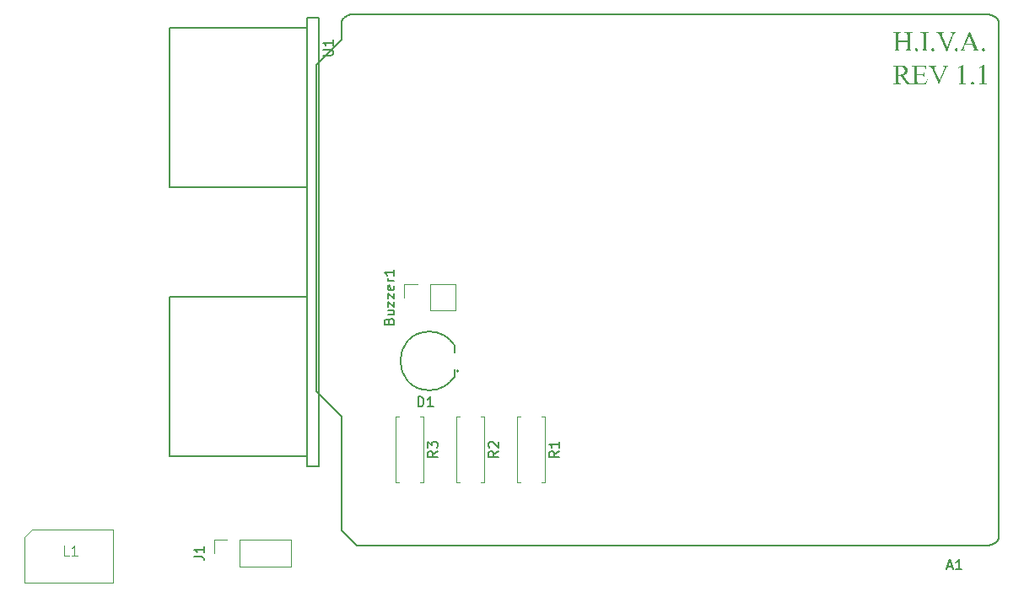
<source format=gbr>
%TF.GenerationSoftware,KiCad,Pcbnew,7.0.10*%
%TF.CreationDate,2025-01-22T21:10:17-07:00*%
%TF.ProjectId,HIVA,48495641-2e6b-4696-9361-645f70636258,rev?*%
%TF.SameCoordinates,Original*%
%TF.FileFunction,Legend,Top*%
%TF.FilePolarity,Positive*%
%FSLAX46Y46*%
G04 Gerber Fmt 4.6, Leading zero omitted, Abs format (unit mm)*
G04 Created by KiCad (PCBNEW 7.0.10) date 2025-01-22 21:10:17*
%MOMM*%
%LPD*%
G01*
G04 APERTURE LIST*
%ADD10C,0.150000*%
%ADD11C,0.100000*%
%ADD12C,0.120000*%
%ADD13C,0.127000*%
%ADD14C,0.200000*%
G04 APERTURE END LIST*
D10*
G36*
X91026399Y-3144374D02*
G01*
X91891995Y-3144374D01*
X91891995Y-2611436D01*
X91891836Y-2585546D01*
X91891360Y-2561364D01*
X91890566Y-2538892D01*
X91889454Y-2518128D01*
X91887477Y-2493100D01*
X91884935Y-2471111D01*
X91880964Y-2447896D01*
X91875033Y-2426303D01*
X91873921Y-2423369D01*
X91863832Y-2404869D01*
X91850841Y-2389657D01*
X91834065Y-2375606D01*
X91816280Y-2364262D01*
X91797642Y-2354834D01*
X91778670Y-2347003D01*
X91759365Y-2340771D01*
X91739725Y-2336136D01*
X91719752Y-2333100D01*
X91699444Y-2331662D01*
X91691228Y-2331534D01*
X91625282Y-2331534D01*
X91625282Y-2276823D01*
X92422491Y-2276823D01*
X92422491Y-2331534D01*
X92356545Y-2331534D01*
X92336104Y-2332309D01*
X92315997Y-2334635D01*
X92296224Y-2338510D01*
X92276785Y-2343937D01*
X92257679Y-2350913D01*
X92238908Y-2359440D01*
X92231493Y-2363285D01*
X92213591Y-2374001D01*
X92198354Y-2386914D01*
X92185782Y-2402024D01*
X92175874Y-2419332D01*
X92171409Y-2430208D01*
X92166097Y-2450158D01*
X92162509Y-2471794D01*
X92160189Y-2492383D01*
X92158357Y-2515887D01*
X92157304Y-2535429D01*
X92156525Y-2556611D01*
X92156022Y-2579433D01*
X92155793Y-2603895D01*
X92155777Y-2612413D01*
X92155777Y-3817996D01*
X92155936Y-3843799D01*
X92156413Y-3867901D01*
X92157207Y-3890304D01*
X92158319Y-3911007D01*
X92160296Y-3935965D01*
X92162838Y-3957901D01*
X92166809Y-3981071D01*
X92172739Y-4002641D01*
X92173851Y-4005574D01*
X92183825Y-4024272D01*
X92196518Y-4039529D01*
X92212813Y-4053505D01*
X92230027Y-4064681D01*
X92249087Y-4074250D01*
X92268410Y-4082198D01*
X92287994Y-4088523D01*
X92307842Y-4093227D01*
X92327951Y-4096309D01*
X92348323Y-4097768D01*
X92356545Y-4097898D01*
X92422491Y-4097898D01*
X92422491Y-4152609D01*
X91625282Y-4152609D01*
X91625282Y-4097898D01*
X91691228Y-4097898D01*
X91712115Y-4097301D01*
X91731911Y-4095511D01*
X91756610Y-4091267D01*
X91779371Y-4084902D01*
X91800192Y-4076414D01*
X91819075Y-4065805D01*
X91836020Y-4053074D01*
X91851025Y-4038221D01*
X91857801Y-4029999D01*
X91869422Y-4009116D01*
X91875833Y-3990309D01*
X91881176Y-3967595D01*
X91884482Y-3947994D01*
X91887187Y-3926195D01*
X91889290Y-3902199D01*
X91890793Y-3876003D01*
X91891695Y-3847610D01*
X91891962Y-3827460D01*
X91891995Y-3817019D01*
X91891995Y-3245979D01*
X91026399Y-3245979D01*
X91026399Y-3817019D01*
X91026557Y-3842909D01*
X91027034Y-3867091D01*
X91027828Y-3889563D01*
X91028940Y-3910327D01*
X91030917Y-3935354D01*
X91033459Y-3957344D01*
X91037430Y-3980559D01*
X91043361Y-4002152D01*
X91044473Y-4005086D01*
X91054562Y-4023822D01*
X91067553Y-4039179D01*
X91084329Y-4053314D01*
X91102114Y-4064681D01*
X91120752Y-4074250D01*
X91139723Y-4082198D01*
X91159029Y-4088523D01*
X91178669Y-4093227D01*
X91198642Y-4096309D01*
X91218950Y-4097768D01*
X91227166Y-4097898D01*
X91294577Y-4097898D01*
X91294577Y-4152609D01*
X90495903Y-4152609D01*
X90495903Y-4097898D01*
X90561849Y-4097898D01*
X90582998Y-4097306D01*
X90603030Y-4095528D01*
X90628004Y-4091315D01*
X90650993Y-4084995D01*
X90671998Y-4076569D01*
X90691019Y-4066036D01*
X90708055Y-4053396D01*
X90723106Y-4038650D01*
X90729888Y-4030487D01*
X90741010Y-4009621D01*
X90747147Y-3990845D01*
X90752261Y-3968177D01*
X90755425Y-3948620D01*
X90758014Y-3926875D01*
X90760027Y-3902939D01*
X90761466Y-3876814D01*
X90762329Y-3848500D01*
X90762584Y-3828407D01*
X90762616Y-3817996D01*
X90762616Y-2612413D01*
X90762462Y-2586436D01*
X90761998Y-2562175D01*
X90761225Y-2539633D01*
X90760143Y-2518807D01*
X90758220Y-2493711D01*
X90755747Y-2471668D01*
X90751883Y-2448408D01*
X90746113Y-2426792D01*
X90745031Y-2423858D01*
X90734821Y-2405160D01*
X90721983Y-2389903D01*
X90705604Y-2375927D01*
X90688366Y-2364751D01*
X90669306Y-2355182D01*
X90649984Y-2347234D01*
X90630399Y-2340909D01*
X90610552Y-2336205D01*
X90590443Y-2333123D01*
X90570071Y-2331664D01*
X90561849Y-2331534D01*
X90495903Y-2331534D01*
X90495903Y-2276823D01*
X91294577Y-2276823D01*
X91294577Y-2331534D01*
X91227166Y-2331534D01*
X91206725Y-2332309D01*
X91186618Y-2334635D01*
X91166845Y-2338510D01*
X91147406Y-2343937D01*
X91128300Y-2350913D01*
X91109529Y-2359440D01*
X91102114Y-2363285D01*
X91084760Y-2373978D01*
X91069883Y-2386820D01*
X91055916Y-2404131D01*
X91046349Y-2421582D01*
X91043007Y-2429719D01*
X91037363Y-2449652D01*
X91033551Y-2471247D01*
X91031086Y-2491787D01*
X91029140Y-2515226D01*
X91027712Y-2541566D01*
X91026982Y-2563225D01*
X91026545Y-2586515D01*
X91026399Y-2611436D01*
X91026399Y-3144374D01*
G37*
G36*
X92820118Y-3878568D02*
G01*
X92839767Y-3879665D01*
X92862024Y-3883878D01*
X92882838Y-3891251D01*
X92902209Y-3901784D01*
X92920138Y-3915477D01*
X92928562Y-3923509D01*
X92943503Y-3940831D01*
X92955352Y-3959458D01*
X92964111Y-3979391D01*
X92969778Y-4000628D01*
X92972354Y-4023171D01*
X92972526Y-4030976D01*
X92970946Y-4054137D01*
X92966206Y-4075993D01*
X92958306Y-4096543D01*
X92947246Y-4115789D01*
X92933027Y-4133729D01*
X92927585Y-4139419D01*
X92910263Y-4154526D01*
X92891635Y-4166507D01*
X92871703Y-4175363D01*
X92850465Y-4181093D01*
X92827922Y-4183698D01*
X92820118Y-4183872D01*
X92797123Y-4182309D01*
X92775399Y-4177620D01*
X92754945Y-4169807D01*
X92735763Y-4158867D01*
X92717851Y-4144802D01*
X92712163Y-4139419D01*
X92697056Y-4121914D01*
X92685075Y-4103104D01*
X92676219Y-4082988D01*
X92670489Y-4061567D01*
X92667884Y-4038841D01*
X92667710Y-4030976D01*
X92668796Y-4011326D01*
X92672963Y-3989070D01*
X92680256Y-3968256D01*
X92690675Y-3948884D01*
X92704219Y-3930955D01*
X92712163Y-3922532D01*
X92729651Y-3907591D01*
X92748410Y-3895741D01*
X92768440Y-3886983D01*
X92789740Y-3881316D01*
X92812312Y-3878740D01*
X92820118Y-3878568D01*
G37*
G36*
X94036447Y-4097898D02*
G01*
X94036447Y-4152609D01*
X93237773Y-4152609D01*
X93237773Y-4097898D01*
X93303719Y-4097898D01*
X93324868Y-4097306D01*
X93344901Y-4095528D01*
X93369874Y-4091315D01*
X93392864Y-4084995D01*
X93413869Y-4076569D01*
X93432889Y-4066036D01*
X93449925Y-4053396D01*
X93464976Y-4038650D01*
X93471758Y-4030487D01*
X93482881Y-4009621D01*
X93489017Y-3990845D01*
X93494131Y-3968177D01*
X93497295Y-3948620D01*
X93499884Y-3926875D01*
X93501898Y-3902939D01*
X93503336Y-3876814D01*
X93504199Y-3848500D01*
X93504455Y-3828407D01*
X93504486Y-3817996D01*
X93504486Y-2611436D01*
X93504332Y-2585633D01*
X93503868Y-2561530D01*
X93503095Y-2539128D01*
X93502014Y-2518425D01*
X93500090Y-2493467D01*
X93497617Y-2471531D01*
X93493753Y-2448361D01*
X93487983Y-2426791D01*
X93486901Y-2423858D01*
X93476691Y-2405160D01*
X93463853Y-2389903D01*
X93447474Y-2375927D01*
X93430237Y-2364751D01*
X93411177Y-2355182D01*
X93391854Y-2347234D01*
X93372270Y-2340909D01*
X93352422Y-2336205D01*
X93332313Y-2333123D01*
X93311941Y-2331664D01*
X93303719Y-2331534D01*
X93237773Y-2331534D01*
X93237773Y-2276823D01*
X94036447Y-2276823D01*
X94036447Y-2331534D01*
X93969036Y-2331534D01*
X93948149Y-2332126D01*
X93928353Y-2333904D01*
X93903654Y-2338117D01*
X93880893Y-2344437D01*
X93860072Y-2352863D01*
X93841189Y-2363396D01*
X93824244Y-2376036D01*
X93809239Y-2390782D01*
X93802463Y-2398945D01*
X93790842Y-2419810D01*
X93784431Y-2438587D01*
X93779088Y-2461255D01*
X93775782Y-2480812D01*
X93773077Y-2502557D01*
X93770974Y-2526493D01*
X93769471Y-2552617D01*
X93768569Y-2580932D01*
X93768302Y-2601025D01*
X93768269Y-2611436D01*
X93768269Y-3817996D01*
X93768428Y-3843799D01*
X93768904Y-3867901D01*
X93769698Y-3890304D01*
X93770810Y-3911007D01*
X93772787Y-3935965D01*
X93775329Y-3957901D01*
X93779300Y-3981071D01*
X93785231Y-4002641D01*
X93786343Y-4005574D01*
X93796432Y-4024272D01*
X93809423Y-4039529D01*
X93826199Y-4053505D01*
X93843984Y-4064681D01*
X93862622Y-4074250D01*
X93881594Y-4082198D01*
X93900899Y-4088523D01*
X93920539Y-4093227D01*
X93940512Y-4096309D01*
X93960820Y-4097768D01*
X93969036Y-4097898D01*
X94036447Y-4097898D01*
G37*
G36*
X94451660Y-3878568D02*
G01*
X94471309Y-3879665D01*
X94493566Y-3883878D01*
X94514380Y-3891251D01*
X94533752Y-3901784D01*
X94551681Y-3915477D01*
X94560104Y-3923509D01*
X94575045Y-3940831D01*
X94586894Y-3959458D01*
X94595653Y-3979391D01*
X94601320Y-4000628D01*
X94603896Y-4023171D01*
X94604068Y-4030976D01*
X94602488Y-4054137D01*
X94597748Y-4075993D01*
X94589848Y-4096543D01*
X94578789Y-4115789D01*
X94564569Y-4133729D01*
X94559127Y-4139419D01*
X94541805Y-4154526D01*
X94523178Y-4166507D01*
X94503245Y-4175363D01*
X94482007Y-4181093D01*
X94459465Y-4183698D01*
X94451660Y-4183872D01*
X94428665Y-4182309D01*
X94406941Y-4177620D01*
X94386487Y-4169807D01*
X94367305Y-4158867D01*
X94349393Y-4144802D01*
X94343705Y-4139419D01*
X94328598Y-4121914D01*
X94316617Y-4103104D01*
X94307761Y-4082988D01*
X94302031Y-4061567D01*
X94299426Y-4038841D01*
X94299253Y-4030976D01*
X94300338Y-4011326D01*
X94304505Y-3989070D01*
X94311798Y-3968256D01*
X94322217Y-3948884D01*
X94335761Y-3930955D01*
X94343705Y-3922532D01*
X94361193Y-3907591D01*
X94379952Y-3895741D01*
X94399982Y-3886983D01*
X94421283Y-3881316D01*
X94443854Y-3878740D01*
X94451660Y-3878568D01*
G37*
G36*
X96796880Y-2276823D02*
G01*
X96796880Y-2331534D01*
X96772960Y-2336472D01*
X96750535Y-2342250D01*
X96729606Y-2348867D01*
X96710174Y-2356324D01*
X96692237Y-2364621D01*
X96671920Y-2376173D01*
X96653941Y-2389036D01*
X96647403Y-2394548D01*
X96629459Y-2412516D01*
X96616332Y-2427454D01*
X96603487Y-2443645D01*
X96590927Y-2461090D01*
X96578649Y-2479789D01*
X96566655Y-2499742D01*
X96554944Y-2520948D01*
X96543517Y-2543408D01*
X96532373Y-2567121D01*
X96521512Y-2592088D01*
X96517955Y-2600689D01*
X95868269Y-4183872D01*
X95817466Y-4183872D01*
X95119420Y-2579685D01*
X95109712Y-2557441D01*
X95100552Y-2536871D01*
X95091943Y-2517977D01*
X95081318Y-2495388D01*
X95071671Y-2475776D01*
X95060985Y-2455447D01*
X95050177Y-2437192D01*
X95044193Y-2428742D01*
X95030638Y-2413458D01*
X95015983Y-2399479D01*
X95000230Y-2386805D01*
X94983377Y-2375436D01*
X94965425Y-2365373D01*
X94959197Y-2362308D01*
X94939276Y-2353934D01*
X94916882Y-2346761D01*
X94896331Y-2341702D01*
X94874063Y-2337478D01*
X94850078Y-2334088D01*
X94829653Y-2331978D01*
X94824375Y-2331534D01*
X94824375Y-2276823D01*
X95585436Y-2276823D01*
X95585436Y-2331534D01*
X95561962Y-2333995D01*
X95540087Y-2336800D01*
X95519808Y-2339949D01*
X95495254Y-2344681D01*
X95473539Y-2350024D01*
X95454664Y-2355977D01*
X95435062Y-2364278D01*
X95417396Y-2375498D01*
X95402550Y-2390040D01*
X95391350Y-2406312D01*
X95383015Y-2427027D01*
X95379629Y-2447006D01*
X95379295Y-2456098D01*
X95380833Y-2479482D01*
X95384279Y-2500869D01*
X95389694Y-2524636D01*
X95395048Y-2544025D01*
X95401510Y-2564753D01*
X95409079Y-2586821D01*
X95417756Y-2610228D01*
X95427540Y-2634975D01*
X95438432Y-2661061D01*
X95442309Y-2670054D01*
X95916629Y-3760354D01*
X96356266Y-2683732D01*
X96364074Y-2664265D01*
X96371378Y-2645554D01*
X96381391Y-2618904D01*
X96390269Y-2593954D01*
X96398014Y-2570704D01*
X96404626Y-2549154D01*
X96410104Y-2529305D01*
X96415646Y-2505483D01*
X96419172Y-2484685D01*
X96420746Y-2462936D01*
X96418243Y-2443367D01*
X96410732Y-2424224D01*
X96400053Y-2407825D01*
X96385541Y-2391753D01*
X96380690Y-2387221D01*
X96363912Y-2374238D01*
X96343252Y-2362766D01*
X96323071Y-2354361D01*
X96300195Y-2347005D01*
X96279953Y-2341876D01*
X96257987Y-2337419D01*
X96246357Y-2335442D01*
X96226909Y-2332236D01*
X96222909Y-2331534D01*
X96222909Y-2276823D01*
X96796880Y-2276823D01*
G37*
G36*
X96812023Y-3878568D02*
G01*
X96831672Y-3879665D01*
X96853929Y-3883878D01*
X96874743Y-3891251D01*
X96894114Y-3901784D01*
X96912043Y-3915477D01*
X96920467Y-3923509D01*
X96935408Y-3940831D01*
X96947257Y-3959458D01*
X96956016Y-3979391D01*
X96961683Y-4000628D01*
X96964259Y-4023171D01*
X96964431Y-4030976D01*
X96962851Y-4054137D01*
X96958111Y-4075993D01*
X96950211Y-4096543D01*
X96939152Y-4115789D01*
X96924932Y-4133729D01*
X96919490Y-4139419D01*
X96902168Y-4154526D01*
X96883540Y-4166507D01*
X96863608Y-4175363D01*
X96842370Y-4181093D01*
X96819827Y-4183698D01*
X96812023Y-4183872D01*
X96789028Y-4182309D01*
X96767304Y-4177620D01*
X96746850Y-4169807D01*
X96727668Y-4158867D01*
X96709756Y-4144802D01*
X96704068Y-4139419D01*
X96688961Y-4121914D01*
X96676980Y-4103104D01*
X96668124Y-4082988D01*
X96662394Y-4061567D01*
X96659789Y-4038841D01*
X96659616Y-4030976D01*
X96660701Y-4011326D01*
X96664868Y-3989070D01*
X96672161Y-3968256D01*
X96682580Y-3948884D01*
X96696124Y-3930955D01*
X96704068Y-3922532D01*
X96721556Y-3907591D01*
X96740315Y-3895741D01*
X96760345Y-3886983D01*
X96781645Y-3881316D01*
X96804217Y-3878740D01*
X96812023Y-3878568D01*
G37*
G36*
X98840216Y-3793083D02*
G01*
X98849930Y-3815897D01*
X98859534Y-3837688D01*
X98869027Y-3858456D01*
X98878409Y-3878202D01*
X98887681Y-3896924D01*
X98896842Y-3914624D01*
X98910376Y-3939257D01*
X98923661Y-3961588D01*
X98936697Y-3981618D01*
X98949484Y-3999346D01*
X98962022Y-4014773D01*
X98978352Y-4031764D01*
X98982365Y-4035372D01*
X98999141Y-4048531D01*
X99017475Y-4060163D01*
X99037366Y-4070268D01*
X99058813Y-4078847D01*
X99081818Y-4085900D01*
X99106379Y-4091426D01*
X99125822Y-4094568D01*
X99146141Y-4096852D01*
X99160174Y-4097898D01*
X99160174Y-4152609D01*
X98425003Y-4152609D01*
X98425003Y-4097898D01*
X98445250Y-4096667D01*
X98470270Y-4094332D01*
X98493030Y-4091202D01*
X98513531Y-4087279D01*
X98535981Y-4081259D01*
X98554900Y-4073999D01*
X98572943Y-4063649D01*
X98575456Y-4061750D01*
X98590683Y-4047441D01*
X98603506Y-4029543D01*
X98611444Y-4009996D01*
X98614497Y-3988800D01*
X98614535Y-3986035D01*
X98613200Y-3965742D01*
X98609193Y-3942109D01*
X98604063Y-3920799D01*
X98597225Y-3897352D01*
X98590974Y-3878364D01*
X98583761Y-3858174D01*
X98575586Y-3836782D01*
X98566450Y-3814187D01*
X98559825Y-3798456D01*
X98446985Y-3535163D01*
X97725980Y-3535163D01*
X97599462Y-3823858D01*
X97591081Y-3843352D01*
X97583525Y-3861902D01*
X97574732Y-3885166D01*
X97567405Y-3906751D01*
X97561543Y-3926657D01*
X97556277Y-3949178D01*
X97553300Y-3969075D01*
X97552567Y-3983104D01*
X97555101Y-4003468D01*
X97562704Y-4022549D01*
X97575374Y-4040348D01*
X97590617Y-4054871D01*
X97593112Y-4056865D01*
X97611630Y-4067982D01*
X97632126Y-4076039D01*
X97651837Y-4081695D01*
X97674495Y-4086649D01*
X97700098Y-4090900D01*
X97721234Y-4093628D01*
X97744028Y-4095960D01*
X97768478Y-4097898D01*
X97768478Y-4152609D01*
X97181807Y-4152609D01*
X97181807Y-4097898D01*
X97202971Y-4093940D01*
X97222685Y-4089758D01*
X97246712Y-4083835D01*
X97268160Y-4077515D01*
X97287028Y-4070799D01*
X97306985Y-4061845D01*
X97325612Y-4050281D01*
X97332749Y-4044165D01*
X97350563Y-4025671D01*
X97364225Y-4009006D01*
X97378144Y-3989945D01*
X97392320Y-3968488D01*
X97406754Y-3944636D01*
X97416520Y-3927403D01*
X97426401Y-3909106D01*
X97436396Y-3889744D01*
X97446505Y-3869317D01*
X97456729Y-3847826D01*
X97467067Y-3825270D01*
X97477520Y-3801649D01*
X97488087Y-3776963D01*
X97635088Y-3433558D01*
X97768478Y-3433558D01*
X98408883Y-3433558D01*
X98092833Y-2672985D01*
X97768478Y-3433558D01*
X97635088Y-3433558D01*
X98143635Y-2245560D01*
X98191507Y-2245560D01*
X98840216Y-3793083D01*
G37*
G36*
X99531911Y-3878568D02*
G01*
X99551561Y-3879665D01*
X99573817Y-3883878D01*
X99594631Y-3891251D01*
X99614003Y-3901784D01*
X99631932Y-3915477D01*
X99640355Y-3923509D01*
X99655296Y-3940831D01*
X99667146Y-3959458D01*
X99675904Y-3979391D01*
X99681571Y-4000628D01*
X99684147Y-4023171D01*
X99684319Y-4030976D01*
X99682739Y-4054137D01*
X99677999Y-4075993D01*
X99670099Y-4096543D01*
X99659040Y-4115789D01*
X99644820Y-4133729D01*
X99639378Y-4139419D01*
X99622056Y-4154526D01*
X99603429Y-4166507D01*
X99583496Y-4175363D01*
X99562259Y-4181093D01*
X99539716Y-4183698D01*
X99531911Y-4183872D01*
X99508916Y-4182309D01*
X99487192Y-4177620D01*
X99466739Y-4169807D01*
X99447556Y-4158867D01*
X99429644Y-4144802D01*
X99423956Y-4139419D01*
X99408849Y-4121914D01*
X99396868Y-4103104D01*
X99388012Y-4082988D01*
X99382282Y-4061567D01*
X99379678Y-4038841D01*
X99379504Y-4030976D01*
X99380589Y-4011326D01*
X99384757Y-3989070D01*
X99392050Y-3968256D01*
X99402468Y-3948884D01*
X99416012Y-3930955D01*
X99423956Y-3922532D01*
X99441444Y-3907591D01*
X99460203Y-3895741D01*
X99480233Y-3886983D01*
X99501534Y-3881316D01*
X99524105Y-3878740D01*
X99531911Y-3878568D01*
G37*
G36*
X91211353Y-5636993D02*
G01*
X91246591Y-5637503D01*
X91280611Y-5638352D01*
X91313414Y-5639541D01*
X91345000Y-5641069D01*
X91375368Y-5642937D01*
X91404519Y-5645145D01*
X91432452Y-5647692D01*
X91459168Y-5650579D01*
X91484667Y-5653806D01*
X91508948Y-5657372D01*
X91532012Y-5661278D01*
X91553858Y-5665524D01*
X91574487Y-5670109D01*
X91593899Y-5675034D01*
X91612093Y-5680299D01*
X91638185Y-5688998D01*
X91663521Y-5698978D01*
X91688102Y-5710236D01*
X91711927Y-5722774D01*
X91734997Y-5736591D01*
X91757311Y-5751688D01*
X91778869Y-5768064D01*
X91799671Y-5785720D01*
X91819718Y-5804655D01*
X91839010Y-5824869D01*
X91851451Y-5839057D01*
X91868998Y-5861159D01*
X91884819Y-5884051D01*
X91898914Y-5907733D01*
X91911283Y-5932205D01*
X91921926Y-5957467D01*
X91930843Y-5983519D01*
X91938035Y-6010360D01*
X91943500Y-6037992D01*
X91947239Y-6066414D01*
X91949253Y-6095626D01*
X91949637Y-6115539D01*
X91949200Y-6136794D01*
X91947889Y-6157694D01*
X91945704Y-6178239D01*
X91942645Y-6198429D01*
X91938712Y-6218265D01*
X91933906Y-6237745D01*
X91928225Y-6256870D01*
X91921671Y-6275641D01*
X91914242Y-6294056D01*
X91905940Y-6312117D01*
X91896764Y-6329822D01*
X91886713Y-6347173D01*
X91875789Y-6364169D01*
X91863991Y-6380810D01*
X91851319Y-6397096D01*
X91837773Y-6413027D01*
X91823310Y-6428493D01*
X91807884Y-6443382D01*
X91791497Y-6457695D01*
X91774148Y-6471432D01*
X91755837Y-6484592D01*
X91736565Y-6497176D01*
X91716331Y-6509184D01*
X91695135Y-6520616D01*
X91672978Y-6531472D01*
X91649859Y-6541751D01*
X91625778Y-6551454D01*
X91600736Y-6560580D01*
X91574731Y-6569131D01*
X91547765Y-6577105D01*
X91519838Y-6584503D01*
X91490948Y-6591324D01*
X91875387Y-7132567D01*
X91891728Y-7155344D01*
X91907779Y-7177149D01*
X91923541Y-7197980D01*
X91939012Y-7217838D01*
X91954193Y-7236723D01*
X91969084Y-7254635D01*
X91983686Y-7271573D01*
X91997997Y-7287539D01*
X92012018Y-7302531D01*
X92025749Y-7316550D01*
X92045801Y-7335754D01*
X92065202Y-7352769D01*
X92083949Y-7367594D01*
X92102044Y-7380229D01*
X92120324Y-7391287D01*
X92139625Y-7401564D01*
X92159948Y-7411059D01*
X92181293Y-7419773D01*
X92203660Y-7427706D01*
X92227049Y-7434857D01*
X92251459Y-7441227D01*
X92276891Y-7446816D01*
X92303345Y-7451623D01*
X92330821Y-7455648D01*
X92349706Y-7457898D01*
X92349706Y-7512609D01*
X91851939Y-7512609D01*
X91221304Y-6626984D01*
X91200107Y-6627688D01*
X91180174Y-6628272D01*
X91157923Y-6628816D01*
X91137493Y-6629188D01*
X91115958Y-6629405D01*
X91107487Y-6629426D01*
X91087594Y-6629289D01*
X91068897Y-6628938D01*
X91049341Y-6628265D01*
X91029141Y-6627163D01*
X91026399Y-6626984D01*
X91026399Y-7175065D01*
X91026549Y-7196825D01*
X91027002Y-7217533D01*
X91027755Y-7237187D01*
X91029451Y-7264692D01*
X91031825Y-7289828D01*
X91034878Y-7312595D01*
X91038609Y-7332991D01*
X91044639Y-7356499D01*
X91051874Y-7375794D01*
X91062615Y-7393989D01*
X91064989Y-7396837D01*
X91078865Y-7411148D01*
X91094359Y-7423551D01*
X91111471Y-7434046D01*
X91130202Y-7442633D01*
X91150550Y-7449311D01*
X91172517Y-7454082D01*
X91196102Y-7456944D01*
X91221304Y-7457898D01*
X91294577Y-7457898D01*
X91294577Y-7512609D01*
X90495903Y-7512609D01*
X90495903Y-7457898D01*
X90566245Y-7457898D01*
X90587818Y-7457220D01*
X90608205Y-7455185D01*
X90633545Y-7450361D01*
X90656779Y-7443125D01*
X90677906Y-7433478D01*
X90696926Y-7421418D01*
X90713840Y-7406947D01*
X90728647Y-7390063D01*
X90735261Y-7380717D01*
X90745056Y-7360642D01*
X90751670Y-7337589D01*
X90755948Y-7315008D01*
X90759325Y-7288748D01*
X90761267Y-7266639D01*
X90762703Y-7242460D01*
X90763631Y-7216212D01*
X90764054Y-7187895D01*
X90764082Y-7177996D01*
X90764082Y-6541987D01*
X91026399Y-6541987D01*
X91046622Y-6542149D01*
X91066951Y-6542735D01*
X91071828Y-6542964D01*
X91092212Y-6543372D01*
X91103579Y-6543453D01*
X91136346Y-6543001D01*
X91168090Y-6541644D01*
X91198811Y-6539383D01*
X91228510Y-6536217D01*
X91257185Y-6532147D01*
X91284838Y-6527173D01*
X91311468Y-6521294D01*
X91337075Y-6514510D01*
X91361660Y-6506822D01*
X91385222Y-6498230D01*
X91407761Y-6488733D01*
X91429277Y-6478332D01*
X91449771Y-6467026D01*
X91469241Y-6454816D01*
X91487689Y-6441701D01*
X91505115Y-6427682D01*
X91521500Y-6412962D01*
X91536828Y-6397747D01*
X91551099Y-6382035D01*
X91564313Y-6365827D01*
X91576470Y-6349123D01*
X91587569Y-6331923D01*
X91597612Y-6314227D01*
X91606597Y-6296035D01*
X91614526Y-6277346D01*
X91621397Y-6258162D01*
X91627211Y-6238481D01*
X91631968Y-6218305D01*
X91635668Y-6197632D01*
X91638311Y-6176463D01*
X91639897Y-6154798D01*
X91640425Y-6132636D01*
X91639998Y-6111032D01*
X91638715Y-6089940D01*
X91636578Y-6069358D01*
X91633586Y-6049289D01*
X91629739Y-6029730D01*
X91625038Y-6010683D01*
X91616382Y-5983071D01*
X91605804Y-5956610D01*
X91593301Y-5931299D01*
X91578876Y-5907139D01*
X91562527Y-5884130D01*
X91544254Y-5862271D01*
X91531004Y-5848338D01*
X91509957Y-5828696D01*
X91487665Y-5810986D01*
X91464127Y-5795208D01*
X91439345Y-5781362D01*
X91413317Y-5769448D01*
X91386044Y-5759466D01*
X91367171Y-5753884D01*
X91347744Y-5749162D01*
X91327764Y-5745298D01*
X91307230Y-5742292D01*
X91286143Y-5740146D01*
X91264503Y-5738858D01*
X91242309Y-5738428D01*
X91221518Y-5738917D01*
X91198956Y-5740382D01*
X91174623Y-5742825D01*
X91155212Y-5745298D01*
X91134804Y-5748320D01*
X91113401Y-5751892D01*
X91091001Y-5756014D01*
X91067605Y-5760685D01*
X91043213Y-5765906D01*
X91026399Y-5769692D01*
X91026399Y-6541987D01*
X90764082Y-6541987D01*
X90764082Y-5971436D01*
X90763931Y-5949914D01*
X90763479Y-5929434D01*
X90762235Y-5900667D01*
X90760313Y-5874245D01*
X90757713Y-5850166D01*
X90754434Y-5828432D01*
X90750477Y-5809042D01*
X90744146Y-5786835D01*
X90736609Y-5768795D01*
X90725491Y-5752106D01*
X90711249Y-5737909D01*
X90695388Y-5725606D01*
X90677910Y-5715195D01*
X90658813Y-5706677D01*
X90638098Y-5700052D01*
X90615765Y-5695320D01*
X90591814Y-5692480D01*
X90566245Y-5691534D01*
X90495903Y-5691534D01*
X90495903Y-5636823D01*
X91174898Y-5636823D01*
X91211353Y-5636993D01*
G37*
G36*
X92902184Y-5738428D02*
G01*
X92902184Y-6480927D01*
X93311535Y-6480927D01*
X93340466Y-6480489D01*
X93367543Y-6479175D01*
X93392764Y-6476985D01*
X93416132Y-6473920D01*
X93437644Y-6469979D01*
X93457302Y-6465162D01*
X93480627Y-6457376D01*
X93500655Y-6448034D01*
X93517386Y-6437135D01*
X93524514Y-6431101D01*
X93541360Y-6413058D01*
X93556235Y-6391900D01*
X93566100Y-6373988D01*
X93574857Y-6354325D01*
X93582506Y-6332910D01*
X93589048Y-6309743D01*
X93594482Y-6284825D01*
X93598808Y-6258154D01*
X93602027Y-6229732D01*
X93603557Y-6209811D01*
X93604138Y-6199559D01*
X93654940Y-6199559D01*
X93654940Y-6856084D01*
X93604138Y-6856084D01*
X93600561Y-6831829D01*
X93596976Y-6809258D01*
X93593383Y-6788369D01*
X93589781Y-6769164D01*
X93584965Y-6746174D01*
X93580133Y-6726177D01*
X93574072Y-6705388D01*
X93566768Y-6686612D01*
X93565547Y-6684137D01*
X93555255Y-6667089D01*
X93542695Y-6651485D01*
X93527869Y-6637322D01*
X93510776Y-6624603D01*
X93491416Y-6613325D01*
X93484459Y-6609887D01*
X93465425Y-6602006D01*
X93443433Y-6595461D01*
X93423711Y-6591187D01*
X93402095Y-6587768D01*
X93378587Y-6585203D01*
X93353186Y-6583493D01*
X93332893Y-6582772D01*
X93311535Y-6582532D01*
X92902184Y-6582532D01*
X92902184Y-7200955D01*
X92902278Y-7223369D01*
X92902561Y-7244083D01*
X92903233Y-7269056D01*
X92904241Y-7291008D01*
X92905972Y-7314196D01*
X92908743Y-7335789D01*
X92912930Y-7352385D01*
X92922559Y-7369586D01*
X92935998Y-7384247D01*
X92951521Y-7395372D01*
X92970849Y-7402928D01*
X92991332Y-7407096D01*
X93012684Y-7409477D01*
X93033154Y-7410622D01*
X93056057Y-7411003D01*
X93372107Y-7411003D01*
X93400931Y-7410810D01*
X93428235Y-7410231D01*
X93454019Y-7409265D01*
X93478284Y-7407912D01*
X93501028Y-7406173D01*
X93522253Y-7404048D01*
X93541958Y-7401537D01*
X93565867Y-7397587D01*
X93587074Y-7392950D01*
X93601207Y-7389022D01*
X93623503Y-7381103D01*
X93645514Y-7371085D01*
X93662916Y-7361560D01*
X93680135Y-7350691D01*
X93697171Y-7338479D01*
X93714024Y-7324923D01*
X93730694Y-7310024D01*
X93738960Y-7302071D01*
X93754935Y-7285191D01*
X93770988Y-7266791D01*
X93787118Y-7246872D01*
X93803325Y-7225432D01*
X93819610Y-7202473D01*
X93835972Y-7177994D01*
X93846923Y-7160830D01*
X93857908Y-7142991D01*
X93868927Y-7124476D01*
X93879981Y-7105286D01*
X93891069Y-7085420D01*
X93902192Y-7064879D01*
X93913349Y-7043662D01*
X93968059Y-7043662D01*
X93807348Y-7512609D01*
X92371688Y-7512609D01*
X92371688Y-7457898D01*
X92437634Y-7457898D01*
X92458075Y-7457123D01*
X92478182Y-7454797D01*
X92497955Y-7450921D01*
X92517394Y-7445495D01*
X92536500Y-7438518D01*
X92555271Y-7429991D01*
X92562686Y-7426147D01*
X92580564Y-7415478D01*
X92595731Y-7402705D01*
X92609745Y-7385532D01*
X92619101Y-7368251D01*
X92622281Y-7360201D01*
X92627760Y-7340303D01*
X92631459Y-7318788D01*
X92633852Y-7298348D01*
X92635741Y-7275038D01*
X92637126Y-7248859D01*
X92637835Y-7227340D01*
X92638260Y-7204208D01*
X92638401Y-7179461D01*
X92638401Y-5965574D01*
X92638262Y-5943882D01*
X92637844Y-5923259D01*
X92637148Y-5903705D01*
X92635581Y-5876376D01*
X92633387Y-5851452D01*
X92630566Y-5828932D01*
X92627118Y-5808816D01*
X92621547Y-5785735D01*
X92614861Y-5766929D01*
X92604936Y-5749431D01*
X92602742Y-5746733D01*
X92585573Y-5730831D01*
X92565209Y-5717624D01*
X92546616Y-5708999D01*
X92525977Y-5702099D01*
X92503293Y-5696924D01*
X92478563Y-5693474D01*
X92458674Y-5692019D01*
X92437634Y-5691534D01*
X92371688Y-5691534D01*
X92371688Y-5636823D01*
X93807348Y-5636823D01*
X93827864Y-6043244D01*
X93774619Y-6043244D01*
X93769159Y-6016661D01*
X93763588Y-5991683D01*
X93757905Y-5968312D01*
X93752111Y-5946546D01*
X93746204Y-5926386D01*
X93738156Y-5902004D01*
X93729909Y-5880476D01*
X93721463Y-5861803D01*
X93710627Y-5842476D01*
X93698826Y-5826011D01*
X93685402Y-5810810D01*
X93670356Y-5796874D01*
X93653688Y-5784201D01*
X93635399Y-5772793D01*
X93615487Y-5762649D01*
X93607068Y-5758945D01*
X93587780Y-5753034D01*
X93564412Y-5748126D01*
X93542781Y-5744920D01*
X93518540Y-5742355D01*
X93498646Y-5740853D01*
X93477284Y-5739711D01*
X93454453Y-5738929D01*
X93430155Y-5738509D01*
X93413140Y-5738428D01*
X92902184Y-5738428D01*
G37*
G36*
X96021165Y-5636823D02*
G01*
X96021165Y-5691534D01*
X95997244Y-5696472D01*
X95974820Y-5702250D01*
X95953891Y-5708867D01*
X95934459Y-5716324D01*
X95916522Y-5724621D01*
X95896205Y-5736173D01*
X95878225Y-5749036D01*
X95871688Y-5754548D01*
X95853744Y-5772516D01*
X95840616Y-5787454D01*
X95827772Y-5803645D01*
X95815211Y-5821090D01*
X95802934Y-5839789D01*
X95790940Y-5859742D01*
X95779229Y-5880948D01*
X95767801Y-5903408D01*
X95756657Y-5927121D01*
X95745797Y-5952088D01*
X95742239Y-5960689D01*
X95092553Y-7543872D01*
X95041751Y-7543872D01*
X94343705Y-5939685D01*
X94333996Y-5917441D01*
X94324837Y-5896871D01*
X94316228Y-5877977D01*
X94305603Y-5855388D01*
X94295955Y-5835776D01*
X94285270Y-5815447D01*
X94274462Y-5797192D01*
X94268478Y-5788742D01*
X94254923Y-5773458D01*
X94240268Y-5759479D01*
X94224514Y-5746805D01*
X94207662Y-5735436D01*
X94189710Y-5725373D01*
X94183482Y-5722308D01*
X94163561Y-5713934D01*
X94141167Y-5706761D01*
X94120616Y-5701702D01*
X94098348Y-5697478D01*
X94074362Y-5694088D01*
X94053937Y-5691978D01*
X94048660Y-5691534D01*
X94048660Y-5636823D01*
X94809720Y-5636823D01*
X94809720Y-5691534D01*
X94786247Y-5693995D01*
X94764371Y-5696800D01*
X94744092Y-5699949D01*
X94719538Y-5704681D01*
X94697824Y-5710024D01*
X94678948Y-5715977D01*
X94659347Y-5724278D01*
X94641681Y-5735498D01*
X94626835Y-5750040D01*
X94615635Y-5766312D01*
X94607300Y-5787027D01*
X94603914Y-5807006D01*
X94603579Y-5816098D01*
X94605118Y-5839482D01*
X94608564Y-5860869D01*
X94613979Y-5884636D01*
X94619333Y-5904025D01*
X94625794Y-5924753D01*
X94633364Y-5946821D01*
X94642040Y-5970228D01*
X94651825Y-5994975D01*
X94662717Y-6021061D01*
X94666594Y-6030054D01*
X95140914Y-7120354D01*
X95580551Y-6043732D01*
X95588359Y-6024265D01*
X95595663Y-6005554D01*
X95605675Y-5978904D01*
X95614554Y-5953954D01*
X95622299Y-5930704D01*
X95628911Y-5909154D01*
X95634389Y-5889305D01*
X95639930Y-5865483D01*
X95643457Y-5844685D01*
X95645031Y-5822936D01*
X95642527Y-5803367D01*
X95635017Y-5784224D01*
X95624338Y-5767825D01*
X95609825Y-5751753D01*
X95604975Y-5747221D01*
X95588197Y-5734238D01*
X95567537Y-5722766D01*
X95547356Y-5714361D01*
X95524480Y-5707005D01*
X95504238Y-5701876D01*
X95482272Y-5697419D01*
X95470641Y-5695442D01*
X95451194Y-5692236D01*
X95447194Y-5691534D01*
X95447194Y-5636823D01*
X96021165Y-5636823D01*
G37*
G36*
X97022560Y-5826844D02*
G01*
X97475875Y-5605560D01*
X97521304Y-5605560D01*
X97521304Y-7179950D01*
X97521416Y-7208311D01*
X97521751Y-7234595D01*
X97522309Y-7258801D01*
X97523090Y-7280929D01*
X97524095Y-7300979D01*
X97525782Y-7324479D01*
X97527866Y-7344286D01*
X97531028Y-7363849D01*
X97534005Y-7375344D01*
X97542340Y-7393510D01*
X97554155Y-7409416D01*
X97569451Y-7423063D01*
X97588227Y-7434451D01*
X97606786Y-7441526D01*
X97626816Y-7446478D01*
X97650997Y-7450571D01*
X97673330Y-7453227D01*
X97698319Y-7455334D01*
X97718804Y-7456553D01*
X97740783Y-7457463D01*
X97756266Y-7457898D01*
X97756266Y-7512609D01*
X97055777Y-7512609D01*
X97055777Y-7457898D01*
X97079683Y-7457203D01*
X97101939Y-7456215D01*
X97122547Y-7454936D01*
X97147460Y-7452776D01*
X97169442Y-7450097D01*
X97192798Y-7446018D01*
X97214780Y-7440053D01*
X97225771Y-7435428D01*
X97243600Y-7424559D01*
X97260155Y-7410288D01*
X97273001Y-7393853D01*
X97279504Y-7381694D01*
X97285404Y-7360520D01*
X97288732Y-7337525D01*
X97290861Y-7314405D01*
X97292148Y-7294311D01*
X97293168Y-7271856D01*
X97293922Y-7247039D01*
X97294410Y-7219861D01*
X97294632Y-7190321D01*
X97294647Y-7179950D01*
X97294647Y-6173669D01*
X97294594Y-6148777D01*
X97294433Y-6125027D01*
X97294166Y-6102417D01*
X97293792Y-6080949D01*
X97293311Y-6060621D01*
X97292390Y-6032269D01*
X97291228Y-6006485D01*
X97289825Y-5983268D01*
X97288182Y-5962619D01*
X97285618Y-5939080D01*
X97281811Y-5916075D01*
X97280969Y-5912329D01*
X97275108Y-5891813D01*
X97266177Y-5872235D01*
X97254774Y-5856367D01*
X97245798Y-5847849D01*
X97228921Y-5836772D01*
X97210040Y-5829798D01*
X97189155Y-5826926D01*
X97184738Y-5826844D01*
X97164279Y-5828356D01*
X97141003Y-5832889D01*
X97119455Y-5838976D01*
X97100809Y-5845357D01*
X97080911Y-5853081D01*
X97059761Y-5862149D01*
X97043077Y-5869831D01*
X97022560Y-5826844D01*
G37*
G36*
X98443565Y-7238568D02*
G01*
X98463214Y-7239665D01*
X98485471Y-7243878D01*
X98506285Y-7251251D01*
X98525657Y-7261784D01*
X98543586Y-7275477D01*
X98552009Y-7283509D01*
X98566950Y-7300831D01*
X98578800Y-7319458D01*
X98587558Y-7339391D01*
X98593225Y-7360628D01*
X98595801Y-7383171D01*
X98595973Y-7390976D01*
X98594393Y-7414137D01*
X98589653Y-7435993D01*
X98581753Y-7456543D01*
X98570694Y-7475789D01*
X98556474Y-7493729D01*
X98551032Y-7499419D01*
X98533710Y-7514526D01*
X98515083Y-7526507D01*
X98495150Y-7535363D01*
X98473913Y-7541093D01*
X98451370Y-7543698D01*
X98443565Y-7543872D01*
X98420570Y-7542309D01*
X98398846Y-7537620D01*
X98378393Y-7529807D01*
X98359210Y-7518867D01*
X98341298Y-7504802D01*
X98335610Y-7499419D01*
X98320503Y-7481914D01*
X98308522Y-7463104D01*
X98299666Y-7442988D01*
X98293936Y-7421567D01*
X98291331Y-7398841D01*
X98291158Y-7390976D01*
X98292243Y-7371326D01*
X98296410Y-7349070D01*
X98303703Y-7328256D01*
X98314122Y-7308884D01*
X98327666Y-7290955D01*
X98335610Y-7282532D01*
X98353098Y-7267591D01*
X98371857Y-7255741D01*
X98391887Y-7246983D01*
X98413188Y-7241316D01*
X98435759Y-7238740D01*
X98443565Y-7238568D01*
G37*
G36*
X99121095Y-5826844D02*
G01*
X99574410Y-5605560D01*
X99619839Y-5605560D01*
X99619839Y-7179950D01*
X99619951Y-7208311D01*
X99620285Y-7234595D01*
X99620844Y-7258801D01*
X99621625Y-7280929D01*
X99622630Y-7300979D01*
X99624316Y-7324479D01*
X99626400Y-7344286D01*
X99629563Y-7363849D01*
X99632540Y-7375344D01*
X99640874Y-7393510D01*
X99652690Y-7409416D01*
X99667985Y-7423063D01*
X99686761Y-7434451D01*
X99705320Y-7441526D01*
X99725351Y-7446478D01*
X99749532Y-7450571D01*
X99771865Y-7453227D01*
X99796854Y-7455334D01*
X99817339Y-7456553D01*
X99839318Y-7457463D01*
X99854801Y-7457898D01*
X99854801Y-7512609D01*
X99154312Y-7512609D01*
X99154312Y-7457898D01*
X99178217Y-7457203D01*
X99200474Y-7456215D01*
X99221082Y-7454936D01*
X99245995Y-7452776D01*
X99267977Y-7450097D01*
X99291332Y-7446018D01*
X99313314Y-7440053D01*
X99324305Y-7435428D01*
X99342135Y-7424559D01*
X99358690Y-7410288D01*
X99371536Y-7393853D01*
X99378038Y-7381694D01*
X99383939Y-7360520D01*
X99387266Y-7337525D01*
X99389396Y-7314405D01*
X99390682Y-7294311D01*
X99391703Y-7271856D01*
X99392457Y-7247039D01*
X99392945Y-7219861D01*
X99393167Y-7190321D01*
X99393182Y-7179950D01*
X99393182Y-6173669D01*
X99393128Y-6148777D01*
X99392968Y-6125027D01*
X99392701Y-6102417D01*
X99392327Y-6080949D01*
X99391846Y-6060621D01*
X99390924Y-6032269D01*
X99389762Y-6006485D01*
X99388360Y-5983268D01*
X99386717Y-5962619D01*
X99384152Y-5939080D01*
X99380345Y-5916075D01*
X99379504Y-5912329D01*
X99373642Y-5891813D01*
X99364712Y-5872235D01*
X99353309Y-5856367D01*
X99344333Y-5847849D01*
X99327455Y-5836772D01*
X99308574Y-5829798D01*
X99287690Y-5826926D01*
X99283272Y-5826844D01*
X99262813Y-5828356D01*
X99239538Y-5832889D01*
X99217990Y-5838976D01*
X99199343Y-5845357D01*
X99179445Y-5853081D01*
X99158295Y-5862149D01*
X99141611Y-5869831D01*
X99121095Y-5826844D01*
G37*
X44758851Y-44341275D02*
X44282660Y-44674608D01*
X44758851Y-44912703D02*
X43758851Y-44912703D01*
X43758851Y-44912703D02*
X43758851Y-44531751D01*
X43758851Y-44531751D02*
X43806470Y-44436513D01*
X43806470Y-44436513D02*
X43854089Y-44388894D01*
X43854089Y-44388894D02*
X43949327Y-44341275D01*
X43949327Y-44341275D02*
X44092184Y-44341275D01*
X44092184Y-44341275D02*
X44187422Y-44388894D01*
X44187422Y-44388894D02*
X44235041Y-44436513D01*
X44235041Y-44436513D02*
X44282660Y-44531751D01*
X44282660Y-44531751D02*
X44282660Y-44912703D01*
X43758851Y-44007941D02*
X43758851Y-43388894D01*
X43758851Y-43388894D02*
X44139803Y-43722227D01*
X44139803Y-43722227D02*
X44139803Y-43579370D01*
X44139803Y-43579370D02*
X44187422Y-43484132D01*
X44187422Y-43484132D02*
X44235041Y-43436513D01*
X44235041Y-43436513D02*
X44330279Y-43388894D01*
X44330279Y-43388894D02*
X44568374Y-43388894D01*
X44568374Y-43388894D02*
X44663612Y-43436513D01*
X44663612Y-43436513D02*
X44711232Y-43484132D01*
X44711232Y-43484132D02*
X44758851Y-43579370D01*
X44758851Y-43579370D02*
X44758851Y-43865084D01*
X44758851Y-43865084D02*
X44711232Y-43960322D01*
X44711232Y-43960322D02*
X44663612Y-44007941D01*
X50854851Y-44341275D02*
X50378660Y-44674608D01*
X50854851Y-44912703D02*
X49854851Y-44912703D01*
X49854851Y-44912703D02*
X49854851Y-44531751D01*
X49854851Y-44531751D02*
X49902470Y-44436513D01*
X49902470Y-44436513D02*
X49950089Y-44388894D01*
X49950089Y-44388894D02*
X50045327Y-44341275D01*
X50045327Y-44341275D02*
X50188184Y-44341275D01*
X50188184Y-44341275D02*
X50283422Y-44388894D01*
X50283422Y-44388894D02*
X50331041Y-44436513D01*
X50331041Y-44436513D02*
X50378660Y-44531751D01*
X50378660Y-44531751D02*
X50378660Y-44912703D01*
X49950089Y-43960322D02*
X49902470Y-43912703D01*
X49902470Y-43912703D02*
X49854851Y-43817465D01*
X49854851Y-43817465D02*
X49854851Y-43579370D01*
X49854851Y-43579370D02*
X49902470Y-43484132D01*
X49902470Y-43484132D02*
X49950089Y-43436513D01*
X49950089Y-43436513D02*
X50045327Y-43388894D01*
X50045327Y-43388894D02*
X50140565Y-43388894D01*
X50140565Y-43388894D02*
X50283422Y-43436513D01*
X50283422Y-43436513D02*
X50854851Y-44007941D01*
X50854851Y-44007941D02*
X50854851Y-43388894D01*
X56950851Y-44341275D02*
X56474660Y-44674608D01*
X56950851Y-44912703D02*
X55950851Y-44912703D01*
X55950851Y-44912703D02*
X55950851Y-44531751D01*
X55950851Y-44531751D02*
X55998470Y-44436513D01*
X55998470Y-44436513D02*
X56046089Y-44388894D01*
X56046089Y-44388894D02*
X56141327Y-44341275D01*
X56141327Y-44341275D02*
X56284184Y-44341275D01*
X56284184Y-44341275D02*
X56379422Y-44388894D01*
X56379422Y-44388894D02*
X56427041Y-44436513D01*
X56427041Y-44436513D02*
X56474660Y-44531751D01*
X56474660Y-44531751D02*
X56474660Y-44912703D01*
X56950851Y-43388894D02*
X56950851Y-43960322D01*
X56950851Y-43674608D02*
X55950851Y-43674608D01*
X55950851Y-43674608D02*
X56093708Y-43769846D01*
X56093708Y-43769846D02*
X56188946Y-43865084D01*
X56188946Y-43865084D02*
X56236565Y-43960322D01*
D11*
X7731365Y-54800028D02*
X7255175Y-54800028D01*
X7255175Y-54800028D02*
X7255175Y-53800028D01*
X8588508Y-54800028D02*
X8017080Y-54800028D01*
X8302794Y-54800028D02*
X8302794Y-53800028D01*
X8302794Y-53800028D02*
X8207556Y-53942885D01*
X8207556Y-53942885D02*
X8112318Y-54038123D01*
X8112318Y-54038123D02*
X8017080Y-54085742D01*
D10*
X33245861Y-4623859D02*
X34055806Y-4623859D01*
X34055806Y-4623859D02*
X34151094Y-4576216D01*
X34151094Y-4576216D02*
X34198738Y-4528572D01*
X34198738Y-4528572D02*
X34246381Y-4433284D01*
X34246381Y-4433284D02*
X34246381Y-4242709D01*
X34246381Y-4242709D02*
X34198738Y-4147421D01*
X34198738Y-4147421D02*
X34151094Y-4099778D01*
X34151094Y-4099778D02*
X34055806Y-4052134D01*
X34055806Y-4052134D02*
X33245861Y-4052134D01*
X34246381Y-3051614D02*
X34246381Y-3623339D01*
X34246381Y-3337476D02*
X33245861Y-3337476D01*
X33245861Y-3337476D02*
X33388793Y-3432764D01*
X33388793Y-3432764D02*
X33484080Y-3528052D01*
X33484080Y-3528052D02*
X33531724Y-3623339D01*
X95932714Y-55922104D02*
X96408904Y-55922104D01*
X95837476Y-56207819D02*
X96170809Y-55207819D01*
X96170809Y-55207819D02*
X96504142Y-56207819D01*
X97361285Y-56207819D02*
X96789857Y-56207819D01*
X97075571Y-56207819D02*
X97075571Y-55207819D01*
X97075571Y-55207819D02*
X96980333Y-55350676D01*
X96980333Y-55350676D02*
X96885095Y-55445914D01*
X96885095Y-55445914D02*
X96789857Y-55493533D01*
X42791737Y-39878428D02*
X42791737Y-38878428D01*
X42791737Y-38878428D02*
X43029832Y-38878428D01*
X43029832Y-38878428D02*
X43172689Y-38926047D01*
X43172689Y-38926047D02*
X43267927Y-39021285D01*
X43267927Y-39021285D02*
X43315546Y-39116523D01*
X43315546Y-39116523D02*
X43363165Y-39306999D01*
X43363165Y-39306999D02*
X43363165Y-39449856D01*
X43363165Y-39449856D02*
X43315546Y-39640332D01*
X43315546Y-39640332D02*
X43267927Y-39735570D01*
X43267927Y-39735570D02*
X43172689Y-39830809D01*
X43172689Y-39830809D02*
X43029832Y-39878428D01*
X43029832Y-39878428D02*
X42791737Y-39878428D01*
X44315546Y-39878428D02*
X43744118Y-39878428D01*
X44029832Y-39878428D02*
X44029832Y-38878428D01*
X44029832Y-38878428D02*
X43934594Y-39021285D01*
X43934594Y-39021285D02*
X43839356Y-39116523D01*
X43839356Y-39116523D02*
X43744118Y-39164142D01*
X39877041Y-31314371D02*
X39924660Y-31171514D01*
X39924660Y-31171514D02*
X39972279Y-31123895D01*
X39972279Y-31123895D02*
X40067517Y-31076276D01*
X40067517Y-31076276D02*
X40210374Y-31076276D01*
X40210374Y-31076276D02*
X40305612Y-31123895D01*
X40305612Y-31123895D02*
X40353232Y-31171514D01*
X40353232Y-31171514D02*
X40400851Y-31266752D01*
X40400851Y-31266752D02*
X40400851Y-31647704D01*
X40400851Y-31647704D02*
X39400851Y-31647704D01*
X39400851Y-31647704D02*
X39400851Y-31314371D01*
X39400851Y-31314371D02*
X39448470Y-31219133D01*
X39448470Y-31219133D02*
X39496089Y-31171514D01*
X39496089Y-31171514D02*
X39591327Y-31123895D01*
X39591327Y-31123895D02*
X39686565Y-31123895D01*
X39686565Y-31123895D02*
X39781803Y-31171514D01*
X39781803Y-31171514D02*
X39829422Y-31219133D01*
X39829422Y-31219133D02*
X39877041Y-31314371D01*
X39877041Y-31314371D02*
X39877041Y-31647704D01*
X39734184Y-30219133D02*
X40400851Y-30219133D01*
X39734184Y-30647704D02*
X40257993Y-30647704D01*
X40257993Y-30647704D02*
X40353232Y-30600085D01*
X40353232Y-30600085D02*
X40400851Y-30504847D01*
X40400851Y-30504847D02*
X40400851Y-30361990D01*
X40400851Y-30361990D02*
X40353232Y-30266752D01*
X40353232Y-30266752D02*
X40305612Y-30219133D01*
X39734184Y-29838180D02*
X39734184Y-29314371D01*
X39734184Y-29314371D02*
X40400851Y-29838180D01*
X40400851Y-29838180D02*
X40400851Y-29314371D01*
X39734184Y-29028656D02*
X39734184Y-28504847D01*
X39734184Y-28504847D02*
X40400851Y-29028656D01*
X40400851Y-29028656D02*
X40400851Y-28504847D01*
X40353232Y-27742942D02*
X40400851Y-27838180D01*
X40400851Y-27838180D02*
X40400851Y-28028656D01*
X40400851Y-28028656D02*
X40353232Y-28123894D01*
X40353232Y-28123894D02*
X40257993Y-28171513D01*
X40257993Y-28171513D02*
X39877041Y-28171513D01*
X39877041Y-28171513D02*
X39781803Y-28123894D01*
X39781803Y-28123894D02*
X39734184Y-28028656D01*
X39734184Y-28028656D02*
X39734184Y-27838180D01*
X39734184Y-27838180D02*
X39781803Y-27742942D01*
X39781803Y-27742942D02*
X39877041Y-27695323D01*
X39877041Y-27695323D02*
X39972279Y-27695323D01*
X39972279Y-27695323D02*
X40067517Y-28171513D01*
X40400851Y-27266751D02*
X39734184Y-27266751D01*
X39924660Y-27266751D02*
X39829422Y-27219132D01*
X39829422Y-27219132D02*
X39781803Y-27171513D01*
X39781803Y-27171513D02*
X39734184Y-27076275D01*
X39734184Y-27076275D02*
X39734184Y-26981037D01*
X40400851Y-26123894D02*
X40400851Y-26695322D01*
X40400851Y-26409608D02*
X39400851Y-26409608D01*
X39400851Y-26409608D02*
X39543708Y-26504846D01*
X39543708Y-26504846D02*
X39638946Y-26600084D01*
X39638946Y-26600084D02*
X39686565Y-26695322D01*
X20330851Y-54921942D02*
X21045136Y-54921942D01*
X21045136Y-54921942D02*
X21187993Y-54969561D01*
X21187993Y-54969561D02*
X21283232Y-55064799D01*
X21283232Y-55064799D02*
X21330851Y-55207656D01*
X21330851Y-55207656D02*
X21330851Y-55302894D01*
X21330851Y-53921942D02*
X21330851Y-54493370D01*
X21330851Y-54207656D02*
X20330851Y-54207656D01*
X20330851Y-54207656D02*
X20473708Y-54302894D01*
X20473708Y-54302894D02*
X20568946Y-54398132D01*
X20568946Y-54398132D02*
X20616565Y-54493370D01*
D12*
%TO.C,R3*%
X40564032Y-47444609D02*
X40894032Y-47444609D01*
X43304032Y-40904609D02*
X43304032Y-47444609D01*
X40564032Y-40904609D02*
X40564032Y-47444609D01*
X40894032Y-40904609D02*
X40564032Y-40904609D01*
X42974032Y-40904609D02*
X43304032Y-40904609D01*
X43304032Y-47444609D02*
X42974032Y-47444609D01*
%TO.C,R2*%
X46660032Y-47444609D02*
X46990032Y-47444609D01*
X49400032Y-40904609D02*
X49400032Y-47444609D01*
X46660032Y-40904609D02*
X46660032Y-47444609D01*
X46990032Y-40904609D02*
X46660032Y-40904609D01*
X49070032Y-40904609D02*
X49400032Y-40904609D01*
X49400032Y-47444609D02*
X49070032Y-47444609D01*
%TO.C,R1*%
X52756032Y-47444609D02*
X53086032Y-47444609D01*
X55496032Y-40904609D02*
X55496032Y-47444609D01*
X52756032Y-40904609D02*
X52756032Y-47444609D01*
X53086032Y-40904609D02*
X52756032Y-40904609D01*
X55166032Y-40904609D02*
X55496032Y-40904609D01*
X55496032Y-47444609D02*
X55166032Y-47444609D01*
D11*
%TO.C,L1*%
X3326032Y-52937609D02*
X4088032Y-52175609D01*
X3326032Y-57509609D02*
X3326032Y-52937609D01*
X4088032Y-52175609D02*
X12216032Y-52175609D01*
X12216032Y-52175609D02*
X12216032Y-57509609D01*
X12216032Y-57509609D02*
X3326032Y-57509609D01*
D13*
%TO.C,U1*%
X32838032Y-846609D02*
X32838032Y-45846609D01*
X31638032Y-846609D02*
X32838032Y-846609D01*
X31638032Y-1846609D02*
X31638032Y-846609D01*
X31638032Y-1846609D02*
X17838032Y-1846609D01*
X17838032Y-1846609D02*
X17838032Y-17846609D01*
X31638032Y-17846609D02*
X31638032Y-1846609D01*
X31638032Y-17846609D02*
X17838032Y-17846609D01*
X31638032Y-28846609D02*
X31638032Y-17846609D01*
X31638032Y-28846609D02*
X17838032Y-28846609D01*
X17838032Y-28846609D02*
X17838032Y-44846609D01*
X31638032Y-44846609D02*
X31638032Y-28846609D01*
X31638032Y-44846609D02*
X17838032Y-44846609D01*
X32838032Y-45846609D02*
X31638032Y-45846609D01*
X31638032Y-45846609D02*
X31638032Y-44846609D01*
%TO.C,A1*%
X101092000Y-52791000D02*
X101049681Y-53066000D01*
X101092000Y-1501100D02*
X101092000Y-52791000D01*
X101049681Y-53066000D02*
X100965041Y-53298800D01*
X101049681Y-1247191D02*
X101092000Y-1501100D01*
X100965041Y-53298800D02*
X100795769Y-53510400D01*
X100965041Y-1014441D02*
X101049681Y-1247191D01*
X100795769Y-53510400D02*
X100584181Y-53658500D01*
X100795769Y-802841D02*
X100965041Y-1014441D01*
X100584181Y-53658500D02*
X100351431Y-53764300D01*
X100584181Y-633569D02*
X100795769Y-802841D01*
X100351431Y-53764300D02*
X100097519Y-53806600D01*
X100351431Y-548931D02*
X100584181Y-633569D01*
X100097519Y-53806600D02*
X36620000Y-53806600D01*
X100097519Y-506619D02*
X100351431Y-548931D01*
X36620000Y-53806600D02*
X35096500Y-52283100D01*
X36091000Y-506619D02*
X100097519Y-506619D01*
X35837100Y-548931D02*
X36091000Y-506619D01*
X35604300Y-633569D02*
X35837100Y-548931D01*
X35392700Y-802841D02*
X35604300Y-633569D01*
X35223400Y-1014441D02*
X35392700Y-802841D01*
X35138800Y-1247191D02*
X35223400Y-1014441D01*
X35096500Y-52283100D02*
X35096500Y-40857200D01*
X35096500Y-40857200D02*
X32557400Y-38318100D01*
X35096500Y-3045720D02*
X35096500Y-1501100D01*
X35096500Y-1501100D02*
X35138800Y-1247191D01*
X32557400Y-38318100D02*
X32557400Y-5584820D01*
X32557400Y-5584820D02*
X35096500Y-3045720D01*
%TO.C,D1*%
X46454832Y-36152562D02*
X46454832Y-36850659D01*
X46454832Y-33718559D02*
X46454832Y-34416656D01*
X43966032Y-38234609D02*
G75*
G03*
X46454832Y-36850659I-30061J2983878D01*
G01*
X43966032Y-32334609D02*
G75*
G03*
X43966032Y-38234609I0J-2950000D01*
G01*
X46454831Y-33718559D02*
G75*
G03*
X43966032Y-32334609I-2518857J-1599921D01*
G01*
D14*
X46860032Y-36300609D02*
G75*
G03*
X46660032Y-36300609I-100000J0D01*
G01*
X46660032Y-36300609D02*
G75*
G03*
X46860032Y-36300609I100000J0D01*
G01*
D12*
%TO.C,Buzzer1*%
X43986032Y-30239609D02*
X46586032Y-30239609D01*
X43986032Y-30239609D02*
X43986032Y-27579609D01*
X46586032Y-30239609D02*
X46586032Y-27579609D01*
X41386032Y-28909609D02*
X41386032Y-27579609D01*
X41386032Y-27579609D02*
X42716032Y-27579609D01*
X43986032Y-27579609D02*
X46586032Y-27579609D01*
%TO.C,J1*%
X24916032Y-55918609D02*
X30056032Y-55918609D01*
X24916032Y-55918609D02*
X24916032Y-53258609D01*
X30056032Y-55918609D02*
X30056032Y-53258609D01*
X22316032Y-54588609D02*
X22316032Y-53258609D01*
X22316032Y-53258609D02*
X23646032Y-53258609D01*
X24916032Y-53258609D02*
X30056032Y-53258609D01*
%TD*%
M02*

</source>
